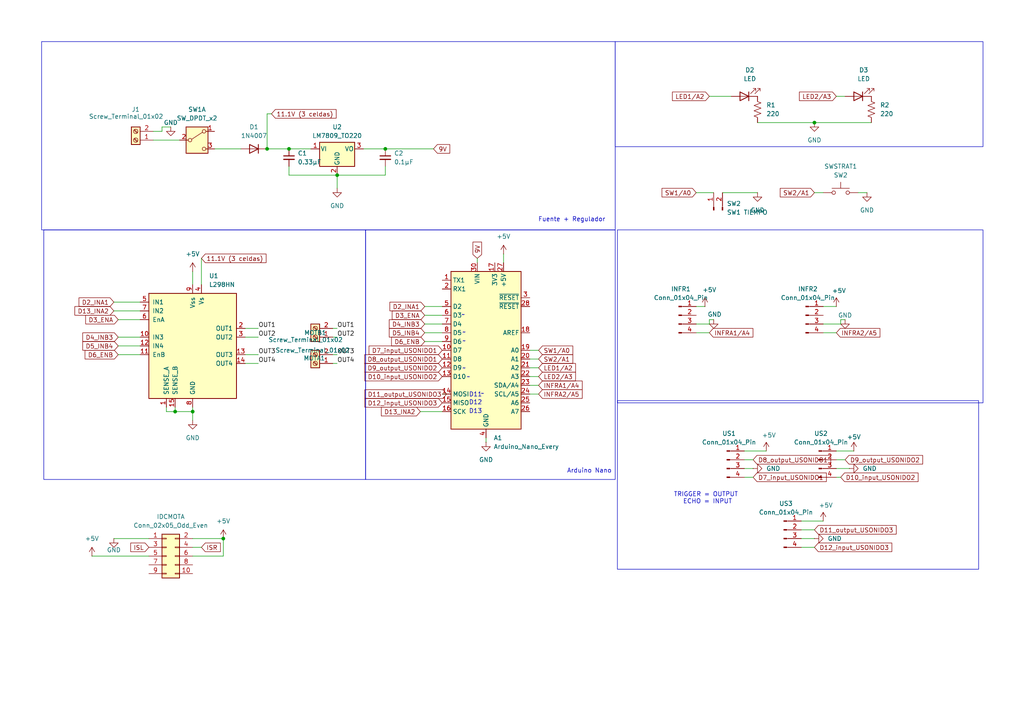
<source format=kicad_sch>
(kicad_sch (version 20250114) (generator "eeschema") (generator_version "9.0")
  (paper "A4")
  (lib_symbols
    (symbol "Connector:Conn_01x02_Pin" (pin_names (offset 1.016) (hide yes))
      (property "Reference" "J" (at 0 2.54 0))
      (property "Value" "Conn_01x02_Pin" (at 0 -5.08 0))
      (symbol "Conn_01x02_Pin_1_1"
        (rectangle (start 0.8636 0.127) (end 0 -0.127) (stroke (width 0.1524)) (fill (type outline)))
        (rectangle (start 0.8636 -2.413) (end 0 -2.667) (stroke (width 0.1524)) (fill (type outline)))
        (polyline (pts (xy 1.27 0) (xy 0.8636 0)) (stroke (width 0.1524)))
        (polyline (pts (xy 1.27 -2.54) (xy 0.8636 -2.54)) (stroke (width 0.1524)))
        (pin passive line (at 5.08 0 180) (length 3.81) (name "Pin_1") (number "1"))
        (pin passive line (at 5.08 -2.54 180) (length 3.81) (name "Pin_2") (number "2"))
      )
    )
    (symbol "Connector:Conn_01x04_Pin" (pin_names (offset 1.016) (hide yes))
      (property "Reference" "J" (at 0 5.08 0))
      (property "Value" "Conn_01x04_Pin" (at 0 -7.62 0))
      (symbol "Conn_01x04_Pin_1_1"
        (rectangle (start 0.8636 2.667) (end 0 2.413) (stroke (width 0.1524)) (fill (type outline)))
        (rectangle (start 0.8636 0.127) (end 0 -0.127) (stroke (width 0.1524)) (fill (type outline)))
        (rectangle (start 0.8636 -2.413) (end 0 -2.667) (stroke (width 0.1524)) (fill (type outline)))
        (rectangle (start 0.8636 -4.953) (end 0 -5.207) (stroke (width 0.1524)) (fill (type outline)))
        (polyline (pts (xy 1.27 2.54) (xy 0.8636 2.54)) (stroke (width 0.1524)))
        (polyline (pts (xy 1.27 0) (xy 0.8636 0)) (stroke (width 0.1524)))
        (polyline (pts (xy 1.27 -2.54) (xy 0.8636 -2.54)) (stroke (width 0.1524)))
        (polyline (pts (xy 1.27 -5.08) (xy 0.8636 -5.08)) (stroke (width 0.1524)))
        (pin passive line (at 5.08 2.54 180) (length 3.81) (name "Pin_1") (number "1"))
        (pin passive line (at 5.08 0 180) (length 3.81) (name "Pin_2") (number "2"))
        (pin passive line (at 5.08 -2.54 180) (length 3.81) (name "Pin_3") (number "3"))
        (pin passive line (at 5.08 -5.08 180) (length 3.81) (name "Pin_4") (number "4"))
      )
    )
    (symbol "Connector:Screw_Terminal_01x02" (pin_names (offset 1.016) (hide yes))
      (property "Reference" "J" (at 0 2.54 0))
      (property "Value" "Screw_Terminal_01x02" (at 0 -5.08 0))
      (symbol "Screw_Terminal_01x02_1_1"
        (rectangle (start -1.27 1.27) (end 1.27 -3.81) (stroke (width 0.254)) (fill (type background)))
        (polyline (pts (xy -0.5334 0.3302) (xy 0.3302 -0.508)) (stroke (width 0.1524)))
        (polyline (pts (xy -0.5334 -2.2098) (xy 0.3302 -3.048)) (stroke (width 0.1524)))
        (polyline (pts (xy -0.3556 0.508) (xy 0.508 -0.3302)) (stroke (width 0.1524)))
        (polyline (pts (xy -0.3556 -2.032) (xy 0.508 -2.8702)) (stroke (width 0.1524)))
        (circle (center 0 0) (radius 0.635) (stroke (width 0.1524)))
        (circle (center 0 -2.54) (radius 0.635) (stroke (width 0.1524)))
        (pin passive line (at -5.08 0 0) (length 3.81) (name "Pin_1") (number "1"))
        (pin passive line (at -5.08 -2.54 0) (length 3.81) (name "Pin_2") (number "2"))
      )
    )
    (symbol "Connector_Generic:Conn_02x05_Odd_Even" (pin_names (offset 1.016) (hide yes))
      (property "Reference" "J" (at 1.27 7.62 0))
      (property "Value" "Conn_02x05_Odd_Even" (at 1.27 -7.62 0))
      (symbol "Conn_02x05_Odd_Even_1_1"
        (rectangle (start -1.27 6.35) (end 3.81 -6.35) (stroke (width 0.254)) (fill (type background)))
        (rectangle (start -1.27 5.207) (end 0 4.953) (stroke (width 0.1524)))
        (rectangle (start -1.27 2.667) (end 0 2.413) (stroke (width 0.1524)))
        (rectangle (start -1.27 0.127) (end 0 -0.127) (stroke (width 0.1524)))
        (rectangle (start -1.27 -2.413) (end 0 -2.667) (stroke (width 0.1524)))
        (rectangle (start -1.27 -4.953) (end 0 -5.207) (stroke (width 0.1524)))
        (rectangle (start 3.81 5.207) (end 2.54 4.953) (stroke (width 0.1524)))
        (rectangle (start 3.81 2.667) (end 2.54 2.413) (stroke (width 0.1524)))
        (rectangle (start 3.81 0.127) (end 2.54 -0.127) (stroke (width 0.1524)))
        (rectangle (start 3.81 -2.413) (end 2.54 -2.667) (stroke (width 0.1524)))
        (rectangle (start 3.81 -4.953) (end 2.54 -5.207) (stroke (width 0.1524)))
        (pin passive line (at -5.08 5.08 0) (length 3.81) (name "Pin_1") (number "1"))
        (pin passive line (at -5.08 2.54 0) (length 3.81) (name "Pin_3") (number "3"))
        (pin passive line (at -5.08 0 0) (length 3.81) (name "Pin_5") (number "5"))
        (pin passive line (at -5.08 -2.54 0) (length 3.81) (name "Pin_7") (number "7"))
        (pin passive line (at -5.08 -5.08 0) (length 3.81) (name "Pin_9") (number "9"))
        (pin passive line (at 7.62 5.08 180) (length 3.81) (name "Pin_2") (number "2"))
        (pin passive line (at 7.62 2.54 180) (length 3.81) (name "Pin_4") (number "4"))
        (pin passive line (at 7.62 0 180) (length 3.81) (name "Pin_6") (number "6"))
        (pin passive line (at 7.62 -2.54 180) (length 3.81) (name "Pin_8") (number "8"))
        (pin passive line (at 7.62 -5.08 180) (length 3.81) (name "Pin_10") (number "10"))
      )
    )
    (symbol "Device:C_Small" (pin_numbers (hide yes)) (pin_names (offset 0.254) (hide yes))
      (property "Reference" "C" (at 0.254 1.778 0))
      (property "Value" "C_Small" (at 0.254 -2.032 0))
      (symbol "C_Small_0_1"
        (polyline (pts (xy -1.524 0.508) (xy 1.524 0.508)) (stroke (width 0.3048)))
        (polyline (pts (xy -1.524 -0.508) (xy 1.524 -0.508)) (stroke (width 0.3302)))
      )
      (symbol "C_Small_1_1"
        (pin passive line (at 0 2.54 270) (length 2.032) (name "~") (number "1"))
        (pin passive line (at 0 -2.54 90) (length 2.032) (name "~") (number "2"))
      )
    )
    (symbol "Device:LED" (pin_numbers (hide yes)) (pin_names (offset 1.016) (hide yes))
      (property "Reference" "D" (at 0 2.54 0))
      (property "Value" "LED" (at 0 -2.54 0))
      (symbol "LED_0_1"
        (polyline (pts (xy -3.048 -0.762) (xy -4.572 -2.286) (xy -3.81 -2.286) (xy -4.572 -2.286) (xy -4.572 -1.524)))
        (polyline (pts (xy -1.778 -0.762) (xy -3.302 -2.286) (xy -2.54 -2.286) (xy -3.302 -2.286) (xy -3.302 -1.524)))
        (polyline (pts (xy -1.27 0) (xy 1.27 0)))
        (polyline (pts (xy -1.27 -1.27) (xy -1.27 1.27)) (stroke (width 0.254)))
        (polyline (pts (xy 1.27 -1.27) (xy 1.27 1.27) (xy -1.27 0) (xy 1.27 -1.27)) (stroke (width 0.254)))
      )
      (symbol "LED_1_1"
        (pin passive line (at -3.81 0 0) (length 2.54) (name "K") (number "1"))
        (pin passive line (at 3.81 0 180) (length 2.54) (name "A") (number "2"))
      )
    )
    (symbol "Device:R_US" (pin_numbers (hide yes)) (pin_names (offset 0))
      (property "Reference" "R" (at 2.54 0 90))
      (property "Value" "R_US" (at -2.54 0 90))
      (symbol "R_US_0_1"
        (polyline (pts (xy 0 2.286) (xy 0 2.54)))
        (polyline (pts (xy 0 2.286) (xy 1.016 1.905) (xy 0 1.524) (xy -1.016 1.143) (xy 0 0.762)))
        (polyline (pts (xy 0 0.762) (xy 1.016 0.381) (xy 0 0) (xy -1.016 -0.381) (xy 0 -0.762)))
        (polyline (pts (xy 0 -0.762) (xy 1.016 -1.143) (xy 0 -1.524) (xy -1.016 -1.905) (xy 0 -2.286)))
        (polyline (pts (xy 0 -2.286) (xy 0 -2.54)))
      )
      (symbol "R_US_1_1"
        (pin passive line (at 0 3.81 270) (length 1.27) (name "~") (number "1"))
        (pin passive line (at 0 -3.81 90) (length 1.27) (name "~") (number "2"))
      )
    )
    (symbol "Diode:1N4007" (pin_numbers (hide yes)) (pin_names (hide yes))
      (property "Reference" "D" (at 0 2.54 0))
      (property "Value" "1N4007" (at 0 -2.54 0))
      (symbol "1N4007_0_1"
        (polyline (pts (xy -1.27 1.27) (xy -1.27 -1.27)) (stroke (width 0.254)))
        (polyline (pts (xy 1.27 1.27) (xy 1.27 -1.27) (xy -1.27 0) (xy 1.27 1.27)) (stroke (width 0.254)))
        (polyline (pts (xy 1.27 0) (xy -1.27 0)))
      )
      (symbol "1N4007_1_1"
        (pin passive line (at -3.81 0 0) (length 2.54) (name "K") (number "1"))
        (pin passive line (at 3.81 0 180) (length 2.54) (name "A") (number "2"))
      )
    )
    (symbol "Driver_Motor:L298HN" (pin_names (offset 1.016))
      (property "Reference" "U" (at -10.16 16.51 0))
      (property "Value" "L298HN" (at 12.7 16.51 0))
      (symbol "L298HN_0_1"
        (rectangle (start -12.7 15.24) (end 12.7 -15.24) (stroke (width 0.254)) (fill (type background)))
      )
      (symbol "L298HN_1_1"
        (pin input line (at -15.24 12.7 0) (length 2.54) (name "IN1") (number "5"))
        (pin input line (at -15.24 10.16 0) (length 2.54) (name "IN2") (number "7"))
        (pin input line (at -15.24 7.62 0) (length 2.54) (name "EnA") (number "6"))
        (pin input line (at -15.24 2.54 0) (length 2.54) (name "IN3") (number "10"))
        (pin input line (at -15.24 0 0) (length 2.54) (name "IN4") (number "12"))
        (pin input line (at -15.24 -2.54 0) (length 2.54) (name "EnB") (number "11"))
        (pin power_in line (at -7.62 -17.78 90) (length 2.54) (name "SENSE_A") (number "1"))
        (pin power_in line (at -5.08 -17.78 90) (length 2.54) (name "SENSE_B") (number "15"))
        (pin power_in line (at 0 17.78 270) (length 2.54) (name "Vss") (number "9"))
        (pin power_in line (at 0 -17.78 90) (length 2.54) (name "GND") (number "8"))
        (pin power_in line (at 2.54 17.78 270) (length 2.54) (name "Vs") (number "4"))
        (pin output line (at 15.24 5.08 180) (length 2.54) (name "OUT1") (number "2"))
        (pin output line (at 15.24 2.54 180) (length 2.54) (name "OUT2") (number "3"))
        (pin output line (at 15.24 -2.54 180) (length 2.54) (name "OUT3") (number "13"))
        (pin output line (at 15.24 -5.08 180) (length 2.54) (name "OUT4") (number "14"))
      )
    )
    (symbol "MCU_Module:Arduino_Nano_Every"
      (property "Reference" "A" (at -10.16 23.495 0))
      (property "Value" "Arduino_Nano_Every" (at 5.08 -24.13 0))
      (symbol "Arduino_Nano_Every_0_1"
        (rectangle (start -10.16 22.86) (end 10.16 -22.86) (stroke (width 0.254)) (fill (type background)))
      )
      (symbol "Arduino_Nano_Every_1_1"
        (pin bidirectional line (at -12.7 20.32 0) (length 2.54) (name "TX1") (number "1"))
        (pin bidirectional line (at -12.7 17.78 0) (length 2.54) (name "RX1") (number "2"))
        (pin bidirectional line (at -12.7 12.7 0) (length 2.54) (name "D2") (number "5"))
        (pin bidirectional line (at -12.7 10.16 0) (length 2.54) (name "D3") (number "6"))
        (pin bidirectional line (at -12.7 7.62 0) (length 2.54) (name "D4") (number "7"))
        (pin bidirectional line (at -12.7 5.08 0) (length 2.54) (name "D5") (number "8"))
        (pin bidirectional line (at -12.7 2.54 0) (length 2.54) (name "D6") (number "9"))
        (pin bidirectional line (at -12.7 0 0) (length 2.54) (name "D7") (number "10"))
        (pin bidirectional line (at -12.7 -2.54 0) (length 2.54) (name "D8") (number "11"))
        (pin bidirectional line (at -12.7 -5.08 0) (length 2.54) (name "D9") (number "12"))
        (pin bidirectional line (at -12.7 -7.62 0) (length 2.54) (name "D10") (number "13"))
        (pin bidirectional line (at -12.7 -12.7 0) (length 2.54) (name "MOSI") (number "14"))
        (pin bidirectional line (at -12.7 -15.24 0) (length 2.54) (name "MISO") (number "15"))
        (pin bidirectional line (at -12.7 -17.78 0) (length 2.54) (name "SCK") (number "16"))
        (pin power_in line (at -2.54 25.4 270) (length 2.54) (name "VIN") (number "30"))
        (pin passive line (at 0 -25.4 90) (length 2.54) (hide yes) (name "GND") (number "29"))
        (pin power_in line (at 0 -25.4 90) (length 2.54) (name "GND") (number "4"))
        (pin power_out line (at 2.54 25.4 270) (length 2.54) (name "3V3") (number "17"))
        (pin power_out line (at 5.08 25.4 270) (length 2.54) (name "+5V") (number "27"))
        (pin input line (at 12.7 15.24 180) (length 2.54) (name "~{RESET}") (number "3"))
        (pin input line (at 12.7 12.7 180) (length 2.54) (name "~{RESET}") (number "28"))
        (pin input line (at 12.7 5.08 180) (length 2.54) (name "AREF") (number "18"))
        (pin bidirectional line (at 12.7 0 180) (length 2.54) (name "A0") (number "19"))
        (pin bidirectional line (at 12.7 -2.54 180) (length 2.54) (name "A1") (number "20"))
        (pin bidirectional line (at 12.7 -5.08 180) (length 2.54) (name "A2") (number "21"))
        (pin bidirectional line (at 12.7 -7.62 180) (length 2.54) (name "A3") (number "22"))
        (pin bidirectional line (at 12.7 -10.16 180) (length 2.54) (name "SDA/A4") (number "23"))
        (pin bidirectional line (at 12.7 -12.7 180) (length 2.54) (name "SCL/A5") (number "24"))
        (pin bidirectional line (at 12.7 -15.24 180) (length 2.54) (name "A6") (number "25"))
        (pin bidirectional line (at 12.7 -17.78 180) (length 2.54) (name "A7") (number "26"))
      )
    )
    (symbol "Regulator_Linear:LM7809_TO220" (pin_names (offset 0.254))
      (property "Reference" "U" (at -3.81 3.175 0))
      (property "Value" "LM7809_TO220" (at 0 3.175 0))
      (symbol "LM7809_TO220_0_1"
        (rectangle (start -5.08 1.905) (end 5.08 -5.08) (stroke (width 0.254)) (fill (type background)))
      )
      (symbol "LM7809_TO220_1_1"
        (pin power_in line (at -7.62 0 0) (length 2.54) (name "VI") (number "1"))
        (pin power_in line (at 0 -7.62 90) (length 2.54) (name "GND") (number "2"))
        (pin power_out line (at 7.62 0 180) (length 2.54) (name "VO") (number "3"))
      )
    )
    (symbol "Switch:SW_DPDT_x2" (pin_names (offset 0) (hide yes))
      (property "Reference" "SW" (at 0 5.08 0))
      (property "Value" "SW_DPDT_x2" (at 0 -5.08 0))
      (symbol "SW_DPDT_x2_0_0"
        (circle (center -2.032 0) (radius 0.508))
        (circle (center 2.032 -2.54) (radius 0.508))
      )
      (symbol "SW_DPDT_x2_0_1"
        (rectangle (start -3.175 3.81) (end 3.175 -3.81) (stroke (width 0.254)) (fill (type background)))
        (polyline (pts (xy -1.524 0.254) (xy 1.5748 2.286)))
        (circle (center 2.032 2.54) (radius 0.508))
      )
      (symbol "SW_DPDT_x2_1_1"
        (pin passive line (at -5.08 0 0) (length 2.54) (name "B") (number "2"))
        (pin passive line (at 5.08 2.54 180) (length 2.54) (name "A") (number "1"))
        (pin passive line (at 5.08 -2.54 180) (length 2.54) (name "C") (number "3"))
      )
      (symbol "SW_DPDT_x2_2_1"
        (pin passive line (at -5.08 0 0) (length 2.54) (name "B") (number "5"))
        (pin passive line (at 5.08 2.54 180) (length 2.54) (name "A") (number "4"))
        (pin passive line (at 5.08 -2.54 180) (length 2.54) (name "C") (number "6"))
      )
    )
    (symbol "Switch:SW_Push" (pin_numbers (hide yes)) (pin_names (offset 1.016) (hide yes))
      (property "Reference" "SW" (at 1.27 2.54 0))
      (property "Value" "SW_Push" (at 0 -1.524 0))
      (symbol "SW_Push_0_1"
        (circle (center -2.032 0) (radius 0.508))
        (polyline (pts (xy 0 1.27) (xy 0 3.048)))
        (circle (center 2.032 0) (radius 0.508))
        (polyline (pts (xy 2.54 1.27) (xy -2.54 1.27)))
        (pin passive line (at -5.08 0 0) (length 2.54) (name "1") (number "1"))
        (pin passive line (at 5.08 0 180) (length 2.54) (name "2") (number "2"))
      )
    )
    (symbol "power:+5V" (power) (pin_numbers (hide yes)) (pin_names (offset 0) (hide yes))
      (property "Value" "+5V" (at 0 3.556 0))
      (symbol "+5V_0_1"
        (polyline (pts (xy -0.762 1.27) (xy 0 2.54)))
        (polyline (pts (xy 0 2.54) (xy 0.762 1.27)))
        (polyline (pts (xy 0 0) (xy 0 2.54)))
      )
      (symbol "+5V_1_1"
        (pin power_in line (at 0 0 90) (length 0) (name "~") (number "1"))
      )
    )
    (symbol "power:GND" (power) (pin_numbers (hide yes)) (pin_names (offset 0) (hide yes))
      (property "Value" "GND" (at 0 -3.81 0))
      (symbol "GND_0_1"
        (polyline (pts (xy 0 0) (xy 0 -1.27) (xy 1.27 -1.27) (xy 0 -2.54) (xy -1.27 -1.27) (xy 0 -1.27)))
      )
      (symbol "GND_1_1"
        (pin power_in line (at 0 0 270) (length 0) (name "~") (number "1"))
      )
    )
  )
  (rectangle (start 106.045 66.675) (end 178.435 139.065))
  (rectangle (start 179.07 66.675) (end 285.115 116.84))
  (rectangle (start 12.7 66.675) (end 106.045 139.065))
  (rectangle (start 12.065 12.065) (end 178.435 66.675))
  (rectangle (start 178.435 12.065) (end 285.115 42.545))
  (rectangle (start 179.07 116.205) (end 283.845 165.1))
  (text "~\n" (at 134.62 99.06 0) (effects (font (size 1.27 1.27))))
  (text "D12\n" (at 137.922 116.84 0) (effects (font (size 1.27 1.27))))
  (text "Arduino Nano\n" (at 170.942 136.652 0) (effects (font (size 1.27 1.27))))
  (text "D11\n" (at 137.922 114.554 0) (effects (font (size 1.27 1.27))))
  (text "~\n" (at 134.62 106.934 0) (effects (font (size 1.27 1.27))))
  (text "~\n" (at 135.89 109.474 0) (effects (font (size 1.27 1.27))))
  (text "TRIGGER = OUTPUT \nECHO = INPUT\n" (at 205.232 144.526 0) (effects (font (size 1.27 1.27))))
  (text "~\n" (at 134.366 91.44 0) (effects (font (size 1.27 1.27))))
  (text "~\n" (at 139.954 114.3 0) (effects (font (size 1.27 1.27))))
  (text "Fuente + Regulador\n" (at 165.862 63.754 0) (effects (font (size 1.27 1.27))))
  (text "D13\n" (at 137.922 119.38 0) (effects (font (size 1.27 1.27))))
  (text "~\n" (at 134.62 96.52 0) (effects (font (size 1.27 1.27))))
  (junction (at 111.76 43.18))
  (junction (at 97.79 50.8))
  (junction (at 50.8 119.38))
  (junction (at 77.47 43.18))
  (junction (at 64.77 156.21))
  (junction (at 236.22 35.56))
  (junction (at 55.88 119.38))
  (junction (at 83.82 43.18))
  (wire (pts (xy 46.99 38.1) (xy 44.45 38.1)))
  (wire (pts (xy 243.84 92.71) (xy 243.84 93.98)))
  (wire (pts (xy 146.05 73.66) (xy 146.05 76.2)))
  (wire (pts (xy 78.74 33.02) (xy 77.47 33.02)))
  (wire (pts (xy 83.82 48.26) (xy 83.82 50.8)))
  (wire (pts (xy 156.21 114.3) (xy 153.67 114.3)))
  (wire (pts (xy 242.57 27.94) (xy 245.11 27.94)))
  (wire (pts (xy 97.79 105.41) (xy 96.52 105.41)))
  (wire (pts (xy 156.21 111.76) (xy 153.67 111.76)))
  (wire (pts (xy 251.46 55.88) (xy 248.92 55.88)))
  (wire (pts (xy 74.93 105.41) (xy 71.12 105.41)))
  (wire (pts (xy 215.9 135.89) (xy 218.44 135.89)))
  (wire (pts (xy 219.71 35.56) (xy 236.22 35.56)))
  (wire (pts (xy 236.22 158.75) (xy 232.41 158.75)))
  (wire (pts (xy 50.8 119.38) (xy 55.88 119.38)))
  (wire (pts (xy 243.84 93.98) (xy 238.76 93.98)))
  (wire (pts (xy 236.22 153.67) (xy 232.41 153.67)))
  (wire (pts (xy 245.11 92.71) (xy 243.84 92.71)))
  (wire (pts (xy 123.19 88.9) (xy 128.27 88.9)))
  (wire (pts (xy 218.44 133.35) (xy 215.9 133.35)))
  (wire (pts (xy 34.29 100.33) (xy 40.64 100.33)))
  (wire (pts (xy 33.02 156.21) (xy 43.18 156.21)))
  (wire (pts (xy 236.22 156.21) (xy 232.41 156.21)))
  (wire (pts (xy 34.29 97.79) (xy 40.64 97.79)))
  (wire (pts (xy 83.82 50.8) (xy 97.79 50.8)))
  (wire (pts (xy 138.43 74.93) (xy 138.43 76.2)))
  (wire (pts (xy 218.44 138.43) (xy 215.9 138.43)))
  (wire (pts (xy 207.01 92.71) (xy 205.74 92.71)))
  (wire (pts (xy 55.88 118.11) (xy 55.88 119.38)))
  (wire (pts (xy 62.23 43.18) (xy 69.85 43.18)))
  (wire (pts (xy 123.19 93.98) (xy 128.27 93.98)))
  (wire (pts (xy 50.8 118.11) (xy 50.8 119.38)))
  (wire (pts (xy 55.88 78.74) (xy 55.88 82.55)))
  (wire (pts (xy 123.19 99.06) (xy 128.27 99.06)))
  (wire (pts (xy 123.19 91.44) (xy 128.27 91.44)))
  (wire (pts (xy 49.53 36.83) (xy 46.99 36.83)))
  (wire (pts (xy 58.42 158.75) (xy 55.88 158.75)))
  (wire (pts (xy 74.93 102.87) (xy 71.12 102.87)))
  (wire (pts (xy 242.57 88.9) (xy 238.76 88.9)))
  (wire (pts (xy 74.93 95.25) (xy 71.12 95.25)))
  (wire (pts (xy 242.57 96.52) (xy 238.76 96.52)))
  (wire (pts (xy 77.47 33.02) (xy 77.47 43.18)))
  (wire (pts (xy 97.79 97.79) (xy 96.52 97.79)))
  (wire (pts (xy 97.79 50.8) (xy 97.79 54.61)))
  (wire (pts (xy 34.29 92.71) (xy 40.64 92.71)))
  (wire (pts (xy 205.74 92.71) (xy 205.74 93.98)))
  (wire (pts (xy 48.26 118.11) (xy 48.26 119.38)))
  (wire (pts (xy 97.79 102.87) (xy 96.52 102.87)))
  (wire (pts (xy 205.74 27.94) (xy 212.09 27.94)))
  (wire (pts (xy 201.93 55.88) (xy 207.01 55.88)))
  (wire (pts (xy 44.45 40.64) (xy 52.07 40.64)))
  (wire (pts (xy 64.77 156.21) (xy 64.77 161.29)))
  (wire (pts (xy 83.82 43.18) (xy 90.17 43.18)))
  (wire (pts (xy 123.19 96.52) (xy 128.27 96.52)))
  (wire (pts (xy 222.25 130.81) (xy 215.9 130.81)))
  (wire (pts (xy 246.38 135.89) (xy 242.57 135.89)))
  (wire (pts (xy 238.76 151.13) (xy 232.41 151.13)))
  (wire (pts (xy 34.29 102.87) (xy 40.64 102.87)))
  (wire (pts (xy 243.84 138.43) (xy 242.57 138.43)))
  (wire (pts (xy 236.22 55.88) (xy 238.76 55.88)))
  (wire (pts (xy 97.79 95.25) (xy 96.52 95.25)))
  (wire (pts (xy 156.21 104.14) (xy 153.67 104.14)))
  (wire (pts (xy 156.21 109.22) (xy 153.67 109.22)))
  (wire (pts (xy 111.76 43.18) (xy 125.73 43.18)))
  (wire (pts (xy 156.21 101.6) (xy 153.67 101.6)))
  (wire (pts (xy 247.65 130.81) (xy 242.57 130.81)))
  (wire (pts (xy 55.88 119.38) (xy 55.88 121.92)))
  (wire (pts (xy 64.77 161.29) (xy 55.88 161.29)))
  (wire (pts (xy 156.21 106.68) (xy 153.67 106.68)))
  (wire (pts (xy 48.26 119.38) (xy 50.8 119.38)))
  (wire (pts (xy 204.47 88.9) (xy 201.93 88.9)))
  (wire (pts (xy 111.76 48.26) (xy 111.76 50.8)))
  (wire (pts (xy 245.11 133.35) (xy 242.57 133.35)))
  (wire (pts (xy 26.67 161.29) (xy 43.18 161.29)))
  (wire (pts (xy 140.97 128.27) (xy 140.97 127)))
  (wire (pts (xy 129.54 114.3) (xy 128.27 114.3)))
  (wire (pts (xy 58.42 74.93) (xy 58.42 82.55)))
  (wire (pts (xy 33.02 90.17) (xy 40.64 90.17)))
  (wire (pts (xy 74.93 97.79) (xy 71.12 97.79)))
  (wire (pts (xy 205.74 96.52) (xy 201.93 96.52)))
  (wire (pts (xy 77.47 43.18) (xy 83.82 43.18)))
  (wire (pts (xy 46.99 36.83) (xy 46.99 38.1)))
  (wire (pts (xy 33.02 87.63) (xy 40.64 87.63)))
  (wire (pts (xy 205.74 93.98) (xy 201.93 93.98)))
  (wire (pts (xy 236.22 35.56) (xy 252.73 35.56)))
  (wire (pts (xy 105.41 43.18) (xy 111.76 43.18)))
  (wire (pts (xy 209.55 55.88) (xy 219.71 55.88)))
  (wire (pts (xy 111.76 50.8) (xy 97.79 50.8)))
  (wire (pts (xy 64.77 156.21) (xy 55.88 156.21)))
  (wire (pts (xy 121.92 119.38) (xy 128.27 119.38)))
  (label "OUT3" (at 74.93 102.87 0))
  (label "OUT4" (at 74.93 105.41 0))
  (label "OUT2" (at 74.93 97.79 0))
  (label "OUT4" (at 97.79 105.41 0))
  (label "OUT2" (at 97.79 97.79 0))
  (label "OUT3" (at 97.79 102.87 0))
  (label "OUT1" (at 97.79 95.25 0))
  (label "OUT1" (at 74.93 95.25 0))
  (global_label "D4_INB3" (shape input) (at 123.19 93.98 180) (property "Intersheetrefs" "${INTERSHEET_REFS}" (effects (hide yes))))
  (global_label "INFRA2{slash}A5" (shape input) (at 156.21 114.3 0) (property "Intersheetrefs" "${INTERSHEET_REFS}" (effects (hide yes))))
  (global_label "D5_INB4" (shape input) (at 123.19 96.52 180) (property "Intersheetrefs" "${INTERSHEET_REFS}" (effects (hide yes))))
  (global_label "D4_INB3" (shape input) (at 34.29 97.79 180) (property "Intersheetrefs" "${INTERSHEET_REFS}" (effects (hide yes))))
  (global_label "D12_input_USONIDO3" (shape input) (at 236.22 158.75 0) (property "Intersheetrefs" "${INTERSHEET_REFS}" (effects (hide yes))))
  (global_label "D13_INA2" (shape input) (at 121.92 119.38 180) (property "Intersheetrefs" "${INTERSHEET_REFS}" (effects (hide yes))))
  (global_label "LED2{slash}A3" (shape input) (at 156.21 109.22 0) (property "Intersheetrefs" "${INTERSHEET_REFS}" (effects (hide yes))))
  (global_label "INFRA2{slash}A5" (shape input) (at 242.57 96.52 0) (property "Intersheetrefs" "${INTERSHEET_REFS}" (effects (hide yes))))
  (global_label "INFRA1{slash}A4" (shape input) (at 156.21 111.76 0) (property "Intersheetrefs" "${INTERSHEET_REFS}" (effects (hide yes))))
  (global_label "D2_INA1" (shape input) (at 33.02 87.63 180) (property "Intersheetrefs" "${INTERSHEET_REFS}" (effects (hide yes))))
  (global_label "D7_input_USONIDO1" (shape input) (at 218.44 138.43 0) (property "Intersheetrefs" "${INTERSHEET_REFS}" (effects (hide yes))))
  (global_label "LED1{slash}A2" (shape input) (at 156.21 106.68 0) (property "Intersheetrefs" "${INTERSHEET_REFS}" (effects (hide yes))))
  (global_label "D8_output_USONIDO1" (shape input) (at 218.44 133.35 0) (property "Intersheetrefs" "${INTERSHEET_REFS}" (effects (hide yes))))
  (global_label "D6_ENB" (shape input) (at 123.19 99.06 180) (property "Intersheetrefs" "${INTERSHEET_REFS}" (effects (hide yes))))
  (global_label "D3_ENA" (shape input) (at 34.29 92.71 180) (property "Intersheetrefs" "${INTERSHEET_REFS}" (effects (hide yes))))
  (global_label "ISL" (shape input) (at 43.18 158.75 180) (property "Intersheetrefs" "${INTERSHEET_REFS}" (effects (hide yes))))
  (global_label "D7_input_USONIDO1" (shape input) (at 128.27 101.6 180) (property "Intersheetrefs" "${INTERSHEET_REFS}" (effects (hide yes))))
  (global_label "SW2{slash}A1" (shape input) (at 156.21 104.14 0) (property "Intersheetrefs" "${INTERSHEET_REFS}" (effects (hide yes))))
  (global_label "D3_ENA" (shape input) (at 123.19 91.44 180) (property "Intersheetrefs" "${INTERSHEET_REFS}" (effects (hide yes))))
  (global_label "D10_input_USONIDO2" (shape input) (at 128.27 109.22 180) (property "Intersheetrefs" "${INTERSHEET_REFS}" (effects (hide yes))))
  (global_label "D13_INA2" (shape input) (at 33.02 90.17 180) (property "Intersheetrefs" "${INTERSHEET_REFS}" (effects (hide yes))))
  (global_label "11.1V (3 celdas)" (shape input) (at 78.74 33.02 0) (property "Intersheetrefs" "${INTERSHEET_REFS}" (effects (hide yes))))
  (global_label "SW1{slash}A0" (shape input) (at 156.21 101.6 0) (property "Intersheetrefs" "${INTERSHEET_REFS}" (effects (hide yes))))
  (global_label "D10_input_USONIDO2" (shape input) (at 243.84 138.43 0) (property "Intersheetrefs" "${INTERSHEET_REFS}" (effects (hide yes))))
  (global_label "SW2{slash}A1" (shape input) (at 236.22 55.88 180) (property "Intersheetrefs" "${INTERSHEET_REFS}" (effects (hide yes))))
  (global_label "11.1V (3 celdas)" (shape input) (at 58.42 74.93 0) (property "Intersheetrefs" "${INTERSHEET_REFS}" (effects (hide yes))))
  (global_label "9V" (shape input) (at 125.73 43.18 0) (property "Intersheetrefs" "${INTERSHEET_REFS}" (effects (hide yes))))
  (global_label "D8_output_USONIDO1" (shape input) (at 128.27 104.14 180) (property "Intersheetrefs" "${INTERSHEET_REFS}" (effects (hide yes))))
  (global_label "9V" (shape input) (at 138.43 74.93 90) (property "Intersheetrefs" "${INTERSHEET_REFS}" (effects (hide yes))))
  (global_label "D9_output_USONIDO2" (shape input) (at 245.11 133.35 0) (property "Intersheetrefs" "${INTERSHEET_REFS}" (effects (hide yes))))
  (global_label "D5_INB4" (shape input) (at 34.29 100.33 180) (property "Intersheetrefs" "${INTERSHEET_REFS}" (effects (hide yes))))
  (global_label "INFRA1{slash}A4" (shape input) (at 205.74 96.52 0) (property "Intersheetrefs" "${INTERSHEET_REFS}" (effects (hide yes))))
  (global_label "D9_output_USONIDO2" (shape input) (at 128.27 106.68 180) (property "Intersheetrefs" "${INTERSHEET_REFS}" (effects (hide yes))))
  (global_label "ISR" (shape input) (at 58.42 158.75 0) (property "Intersheetrefs" "${INTERSHEET_REFS}" (effects (hide yes))))
  (global_label "D6_ENB" (shape input) (at 34.29 102.87 180) (property "Intersheetrefs" "${INTERSHEET_REFS}" (effects (hide yes))))
  (global_label "LED1{slash}A2" (shape input) (at 205.74 27.94 180) (property "Intersheetrefs" "${INTERSHEET_REFS}" (effects (hide yes))))
  (global_label "D12_input_USONIDO3" (shape input) (at 128.27 116.84 180) (property "Intersheetrefs" "${INTERSHEET_REFS}" (effects (hide yes))))
  (global_label "SW1{slash}A0" (shape input) (at 201.93 55.88 180) (property "Intersheetrefs" "${INTERSHEET_REFS}" (effects (hide yes))))
  (global_label "D2_INA1" (shape input) (at 123.19 88.9 180) (property "Intersheetrefs" "${INTERSHEET_REFS}" (effects (hide yes))))
  (global_label "D11_output_USONIDO3" (shape input) (at 236.22 153.67 0) (property "Intersheetrefs" "${INTERSHEET_REFS}" (effects (hide yes))))
  (global_label "D11_output_USONIDO3" (shape input) (at 129.54 114.3 180) (property "Intersheetrefs" "${INTERSHEET_REFS}" (effects (hide yes))))
  (global_label "LED2{slash}A3" (shape input) (at 242.57 27.94 180) (property "Intersheetrefs" "${INTERSHEET_REFS}" (effects (hide yes))))
  (symbol (lib_id "Connector:Screw_Terminal_01x02") (at 39.37 40.64 180) (unit 1)
    (property "Reference" "J1" (at 39.37 31.75 0))
    (property "Value" "Screw_Terminal_01x02" (at 36.576 33.782 0))
    (property "Footprint" "TerminalBlock:TerminalBlock_bornier-2_P5.08mm" (effects (hide yes)))
    (property "Description" "Generic screw terminal, single row, 01x02, script generated (kicad-library-utils/schlib/autogen/connector/)" (effects (hide yes)))
  )
  (symbol (lib_id "Connector:Conn_01x04_Pin") (at 210.82 133.35 0) (unit 1)
    (property "Reference" "US1" (at 211.455 125.73 0))
    (property "Value" "Conn_01x04_Pin" (at 211.455 128.27 0))
    (property "Footprint" "Connector_PinSocket_2.54mm:PinSocket_1x04_P2.54mm_Vertical" (effects (hide yes)))
    (property "Description" "Generic connector, single row, 01x04, script generated" (effects (hide yes)))
  )
  (symbol (lib_id "Device:R_US") (at 219.71 31.75 0) (unit 1)
    (property "Reference" "R1" (at 222.25 30.4799 0) (effects (justify left)))
    (property "Value" "220" (at 222.25 33.0199 0) (effects (justify left)))
    (property "Footprint" "Resistor_THT:R_Axial_DIN0204_L3.6mm_D1.6mm_P7.62mm_Horizontal" (effects (hide yes)))
    (property "Description" "Resistor, US symbol" (effects (hide yes)))
  )
  (symbol (lib_id "power:GND") (at 33.02 156.21 0) (unit 1)
    (property "Reference" "#PWR021" (effects (hide yes)))
    (property "Value" "GND" (at 33.02 159.512 0))
    (property "Description" "Power symbol creates a global label with name \"GND\" , ground" (effects (hide yes)))
  )
  (symbol (lib_id "power:GND") (at 219.71 55.88 0) (unit 1)
    (property "Reference" "#PWR09" (effects (hide yes)))
    (property "Value" "GND" (at 219.71 60.96 0))
    (property "Description" "Power symbol creates a global label with name \"GND\" , ground" (effects (hide yes)))
  )
  (symbol (lib_id "power:+5V") (at 146.05 73.66 0) (unit 1)
    (property "Reference" "#PWR04" (effects (hide yes)))
    (property "Value" "+5V" (at 146.05 68.58 0))
    (property "Description" "Power symbol creates a global label with name \"+5V\"" (effects (hide yes)))
  )
  (symbol (lib_id "Regulator_Linear:LM7809_TO220") (at 97.79 43.18 0) (unit 1)
    (property "Reference" "U2" (at 97.79 36.83 0))
    (property "Value" "LM7809_TO220" (at 97.79 39.37 0))
    (property "Footprint" "Package_TO_SOT_THT:TO-220-3_Vertical" (effects (hide yes)))
    (property "Datasheet" "https://www.onsemi.cn/PowerSolutions/document/MC7800-D.PDF" (effects (hide yes)))
    (property "Description" "Positive 1A 35V Linear Regulator, Fixed Output 9V, TO-220" (effects (hide yes)))
  )
  (symbol (lib_id "power:GND") (at 218.44 135.89 90) (unit 1)
    (property "Reference" "#PWR017" (effects (hide yes)))
    (property "Value" "GND" (at 222.25 135.8899 90) (effects (justify right)))
    (property "Description" "Power symbol creates a global label with name \"GND\" , ground" (effects (hide yes)))
  )
  (symbol (lib_id "Device:C_Small") (at 83.82 45.72 0) (unit 1)
    (property "Reference" "C1" (at 86.36 44.4562 0) (effects (justify left)))
    (property "Value" "0.33µF" (at 86.36 46.9962 0) (effects (justify left)))
    (property "Footprint" "Capacitor_THT:C_Disc_D3.0mm_W1.6mm_P2.50mm" (effects (hide yes)))
    (property "Description" "Unpolarized capacitor, small symbol" (effects (hide yes)))
  )
  (symbol (lib_id "Connector:Screw_Terminal_01x02") (at 91.44 105.41 180) (unit 1)
    (property "Reference" "MOTB1" (at 91.44 96.52 0))
    (property "Value" "Screw_Terminal_01x02" (at 88.646 98.552 0))
    (property "Footprint" "TerminalBlock:TerminalBlock_bornier-2_P5.08mm" (effects (hide yes)))
    (property "Description" "Generic screw terminal, single row, 01x02, script generated (kicad-library-utils/schlib/autogen/connector/)" (effects (hide yes)))
  )
  (symbol (lib_id "power:GND") (at 245.11 92.71 0) (unit 1)
    (property "Reference" "#PWR011" (effects (hide yes)))
    (property "Value" "GND" (at 245.11 91.44 0))
    (property "Description" "Power symbol creates a global label with name \"GND\" , ground" (effects (hide yes)))
  )
  (symbol (lib_id "Driver_Motor:L298HN") (at 55.88 100.33 0) (unit 1)
    (property "Reference" "U1" (at 60.6141 80.01 0) (effects (justify left)))
    (property "Value" "L298HN" (at 60.6141 82.55 0) (effects (justify left)))
    (property "Footprint" "Package_TO_SOT_THT:TO-220-15_P2.54x5.08mm_StaggerEven_Lead4.58mm_Vertical" (effects (hide yes)))
    (property "Datasheet" "http://www.st.com/st-web-ui/static/active/en/resource/technical/document/datasheet/CD00000240.pdf" (effects (hide yes)))
    (property "Description" "Dual full bridge motor driver, up to 46V, 4A, Multiwatt15-H" (effects (hide yes)))
  )
  (symbol (lib_id "Connector:Conn_01x04_Pin") (at 233.68 91.44 0) (unit 1)
    (property "Reference" "INFR2" (at 234.315 83.82 0))
    (property "Value" "Conn_01x04_Pin" (at 234.315 86.36 0))
    (property "Footprint" "Connector_PinSocket_2.54mm:PinSocket_1x04_P2.54mm_Vertical" (effects (hide yes)))
    (property "Description" "Generic connector, single row, 01x04, script generated" (effects (hide yes)))
  )
  (symbol (lib_id "power:GND") (at 251.46 55.88 0) (unit 1)
    (property "Reference" "#PWR08" (effects (hide yes)))
    (property "Value" "GND" (at 251.46 60.96 0))
    (property "Description" "Power symbol creates a global label with name \"GND\" , ground" (effects (hide yes)))
  )
  (symbol (lib_id "Connector:Conn_01x02_Pin") (at 207.01 60.96 90) (unit 1)
    (property "Reference" "SW2" (at 210.82 59.0549 90) (effects (justify right)))
    (property "Value" "SW1 TIEMPO" (at 210.82 61.5949 90) (effects (justify right)))
    (property "Footprint" "Connector_PinSocket_2.54mm:PinSocket_1x02_P2.54mm_Vertical" (effects (hide yes)))
    (property "Description" "Generic connector, single row, 01x02, script generated" (effects (hide yes)))
  )
  (symbol (lib_id "power:GND") (at 236.22 156.21 90) (unit 1)
    (property "Reference" "#PWR019" (effects (hide yes)))
    (property "Value" "GND" (at 240.03 156.2099 90) (effects (justify right)))
    (property "Description" "Power symbol creates a global label with name \"GND\" , ground" (effects (hide yes)))
  )
  (symbol (lib_id "Device:LED") (at 215.9 27.94 180) (unit 1)
    (property "Reference" "D2" (at 217.4875 20.32 0))
    (property "Value" "LED" (at 217.4875 22.86 0))
    (property "Footprint" "LED_THT:LED_D3.0mm" (effects (hide yes)))
    (property "Description" "Light emitting diode" (effects (hide yes)))
  )
  (symbol (lib_id "Switch:SW_Push") (at 243.84 55.88 0) (unit 1)
    (property "Reference" "SWSTRAT1" (at 243.84 48.26 0))
    (property "Value" "SW2" (at 243.84 50.8 0))
    (property "Footprint" "Switch_Keyboard_Kailh:SW_Kailh_KH" (effects (hide yes)))
    (property "Description" "Push button switch, generic, two pins" (effects (hide yes)))
  )
  (symbol (lib_id "Device:R_US") (at 252.73 31.75 0) (unit 1)
    (property "Reference" "R2" (at 255.27 30.4799 0) (effects (justify left)))
    (property "Value" "220" (at 255.27 33.0199 0) (effects (justify left)))
    (property "Footprint" "Resistor_THT:R_Axial_DIN0204_L3.6mm_D1.6mm_P7.62mm_Horizontal" (effects (hide yes)))
    (property "Description" "Resistor, US symbol" (effects (hide yes)))
  )
  (symbol (lib_id "power:+5V") (at 26.67 161.29 0) (unit 1)
    (property "Reference" "#PWR022" (effects (hide yes)))
    (property "Value" "+5V" (at 26.67 156.21 0))
    (property "Description" "Power symbol creates a global label with name \"+5V\"" (effects (hide yes)))
  )
  (symbol (lib_id "power:+5V") (at 222.25 130.81 0) (unit 1)
    (property "Reference" "#PWR014" (effects (hide yes)))
    (property "Value" "+5V" (at 220.98 126.238 0) (effects (justify left)))
    (property "Description" "Power symbol creates a global label with name \"+5V\"" (effects (hide yes)))
  )
  (symbol (lib_id "Diode:1N4007") (at 73.66 43.18 180) (unit 1)
    (property "Reference" "D1" (at 73.66 36.83 0))
    (property "Value" "1N4007" (at 73.66 39.37 0))
    (property "Footprint" "Diode_THT:D_DO-41_SOD81_P10.16mm_Horizontal" (effects (hide yes)))
    (property "Datasheet" "http://www.vishay.com/docs/88503/1n4001.pdf" (effects (hide yes)))
    (property "Description" "1000V 1A General Purpose Rectifier Diode, DO-41" (effects (hide yes)))
    (property "Sim.Device" "D" (effects (hide yes)))
    (property "Sim.Pins" "1=K 2=A" (effects (hide yes)))
  )
  (symbol (lib_id "power:GND") (at 207.01 92.71 0) (unit 1)
    (property "Reference" "#PWR013" (effects (hide yes)))
    (property "Value" "GND" (at 207.264 91.186 0))
    (property "Description" "Power symbol creates a global label with name \"GND\" , ground" (effects (hide yes)))
  )
  (symbol (lib_id "power:+5V") (at 242.57 88.9 0) (unit 1)
    (property "Reference" "#PWR010" (effects (hide yes)))
    (property "Value" "+5V" (at 241.3 84.328 0) (effects (justify left)))
    (property "Description" "Power symbol creates a global label with name \"+5V\"" (effects (hide yes)))
  )
  (symbol (lib_id "Connector:Conn_01x04_Pin") (at 237.49 133.35 0) (unit 1)
    (property "Reference" "US2" (at 238.125 125.73 0))
    (property "Value" "Conn_01x04_Pin" (at 238.125 128.27 0))
    (property "Footprint" "Connector_PinSocket_2.54mm:PinSocket_1x04_P2.54mm_Vertical" (effects (hide yes)))
    (property "Description" "Generic connector, single row, 01x04, script generated" (effects (hide yes)))
  )
  (symbol (lib_id "power:GND") (at 236.22 35.56 0) (unit 1)
    (property "Reference" "#PWR07" (effects (hide yes)))
    (property "Value" "GND" (at 236.22 40.64 0))
    (property "Description" "Power symbol creates a global label with name \"GND\" , ground" (effects (hide yes)))
  )
  (symbol (lib_id "Connector:Conn_01x04_Pin") (at 227.33 153.67 0) (unit 1)
    (property "Reference" "US3" (at 227.965 146.05 0))
    (property "Value" "Conn_01x04_Pin" (at 227.965 148.59 0))
    (property "Footprint" "Connector_PinSocket_2.54mm:PinSocket_1x04_P2.54mm_Vertical" (effects (hide yes)))
    (property "Description" "Generic connector, single row, 01x04, script generated" (effects (hide yes)))
  )
  (symbol (lib_id "Connector_Generic:Conn_02x05_Odd_Even") (at 48.26 161.29 0) (unit 1)
    (property "Reference" "IDCMOTA" (at 49.53 149.86 0))
    (property "Value" "Conn_02x05_Odd_Even" (at 49.53 152.4 0))
    (property "Footprint" "Connector_IDC:IDC-Header_2x05_P2.54mm_Vertical" (effects (hide yes)))
    (property "Description" "Generic connector, double row, 02x05, odd/even pin numbering scheme (row 1 odd numbers, row 2 even numbers), script generated (kicad-library-utils/schlib/autogen/connector/)" (effects (hide yes)))
  )
  (symbol (lib_id "power:GND") (at 49.53 36.83 0) (unit 1)
    (property "Reference" "#PWR02" (effects (hide yes)))
    (property "Value" "GND" (at 49.53 35.56 0))
    (property "Description" "Power symbol creates a global label with name \"GND\" , ground" (effects (hide yes)))
  )
  (symbol (lib_id "power:GND") (at 140.97 128.27 0) (unit 1)
    (property "Reference" "#PWR01" (effects (hide yes)))
    (property "Value" "GND" (at 140.97 133.35 0))
    (property "Description" "Power symbol creates a global label with name \"GND\" , ground" (effects (hide yes)))
  )
  (symbol (lib_id "Switch:SW_DPDT_x2") (at 57.15 40.64 0) (unit 1)
    (property "Reference" "SW1" (at 57.15 31.75 0))
    (property "Value" "SW_DPDT_x2" (at 57.15 34.29 0))
    (property "Footprint" "Button_Switch_THT:SW_Slide_SPDT_Straight_CK_OS102011MS2Q" (effects (hide yes)))
    (property "Description" "Switch, dual pole double throw, separate symbols" (effects (hide yes)))
  )
  (symbol (lib_id "power:GND") (at 246.38 135.89 90) (unit 1)
    (property "Reference" "#PWR016" (effects (hide yes)))
    (property "Value" "GND" (at 250.19 135.8899 90) (effects (justify right)))
    (property "Description" "Power symbol creates a global label with name \"GND\" , ground" (effects (hide yes)))
  )
  (symbol (lib_id "power:+5V") (at 55.88 78.74 0) (unit 1)
    (property "Reference" "#PWR05" (effects (hide yes)))
    (property "Value" "+5V" (at 55.88 73.66 0))
    (property "Description" "Power symbol creates a global label with name \"+5V\"" (effects (hide yes)))
  )
  (symbol (lib_id "power:+5V") (at 64.77 156.21 0) (unit 1)
    (property "Reference" "#PWR020" (effects (hide yes)))
    (property "Value" "+5V" (at 64.77 151.13 0))
    (property "Description" "Power symbol creates a global label with name \"+5V\"" (effects (hide yes)))
  )
  (symbol (lib_id "power:GND") (at 55.88 121.92 0) (unit 1)
    (property "Reference" "#PWR06" (effects (hide yes)))
    (property "Value" "GND" (at 55.88 127 0))
    (property "Description" "Power symbol creates a global label with name \"GND\" , ground" (effects (hide yes)))
  )
  (symbol (lib_id "power:+5V") (at 238.76 151.13 0) (unit 1)
    (property "Reference" "#PWR018" (effects (hide yes)))
    (property "Value" "+5V" (at 237.49 146.558 0) (effects (justify left)))
    (property "Description" "Power symbol creates a global label with name \"+5V\"" (effects (hide yes)))
  )
  (symbol (lib_id "Connector:Conn_01x04_Pin") (at 196.85 91.44 0) (unit 1)
    (property "Reference" "INFR1" (at 197.485 83.82 0))
    (property "Value" "Conn_01x04_Pin" (at 197.485 86.36 0))
    (property "Footprint" "Connector_PinSocket_2.54mm:PinSocket_1x04_P2.54mm_Vertical" (effects (hide yes)))
    (property "Description" "Generic connector, single row, 01x04, script generated" (effects (hide yes)))
  )
  (symbol (lib_id "power:+5V") (at 204.47 88.9 0) (unit 1)
    (property "Reference" "#PWR012" (effects (hide yes)))
    (property "Value" "+5V" (at 203.708 84.074 0) (effects (justify left)))
    (property "Description" "Power symbol creates a global label with name \"+5V\"" (effects (hide yes)))
  )
  (symbol (lib_id "MCU_Module:Arduino_Nano_Every") (at 140.97 101.6 0) (unit 1)
    (property "Reference" "A1" (at 143.1641 127 0) (effects (justify left)))
    (property "Value" "Arduino_Nano_Every" (at 143.1641 129.54 0) (effects (justify left)))
    (property "Footprint" "Module:Arduino_Nano" (effects (hide yes)))
    (property "Datasheet" "https://content.arduino.cc/assets/NANOEveryV3.0_sch.pdf" (effects (hide yes)))
    (property "Description" "Arduino Nano Every" (effects (hide yes)))
  )
  (symbol (lib_id "power:+5V") (at 247.65 130.81 0) (unit 1)
    (property "Reference" "#PWR015" (effects (hide yes)))
    (property "Value" "+5V" (at 245.618 126.746 0) (effects (justify left)))
    (property "Description" "Power symbol creates a global label with name \"+5V\"" (effects (hide yes)))
  )
  (symbol (lib_id "Connector:Screw_Terminal_01x02") (at 91.44 97.79 180) (unit 1)
    (property "Reference" "MOTA1" (at 91.186 103.886 0))
    (property "Value" "Screw_Terminal_01x02" (at 90.678 101.6 0))
    (property "Footprint" "TerminalBlock:TerminalBlock_bornier-2_P5.08mm" (effects (hide yes)))
    (property "Description" "Generic screw terminal, single row, 01x02, script generated (kicad-library-utils/schlib/autogen/connector/)" (effects (hide yes)))
  )
  (symbol (lib_id "Device:C_Small") (at 111.76 45.72 0) (unit 1)
    (property "Reference" "C2" (at 114.3 44.4562 0) (effects (justify left)))
    (property "Value" "0.1µF" (at 114.3 46.9962 0) (effects (justify left)))
    (property "Footprint" "Capacitor_THT:C_Disc_D3.0mm_W1.6mm_P2.50mm" (effects (hide yes)))
    (property "Description" "Unpolarized capacitor, small symbol" (effects (hide yes)))
  )
  (symbol (lib_id "Device:LED") (at 248.92 27.94 180) (unit 1)
    (property "Reference" "D3" (at 250.5075 20.32 0))
    (property "Value" "LED" (at 250.5075 22.86 0))
    (property "Footprint" "LED_THT:LED_D3.0mm" (effects (hide yes)))
    (property "Description" "Light emitting diode" (effects (hide yes)))
  )
  (symbol (lib_id "power:GND") (at 97.79 54.61 0) (unit 1)
    (property "Reference" "#PWR03" (effects (hide yes)))
    (property "Value" "GND" (at 97.79 59.69 0))
    (property "Description" "Power symbol creates a global label with name \"GND\" , ground" (effects (hide yes)))
  )
)
</source>
